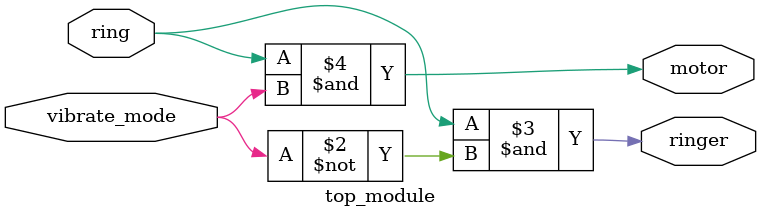
<source format=sv>
module top_module(
    input ring, 
    input vibrate_mode,
    output reg ringer,
    output reg motor
);

always @(*) begin
    ringer = (ring & ~vibrate_mode);
    motor = (ring & vibrate_mode);
end

endmodule

</source>
